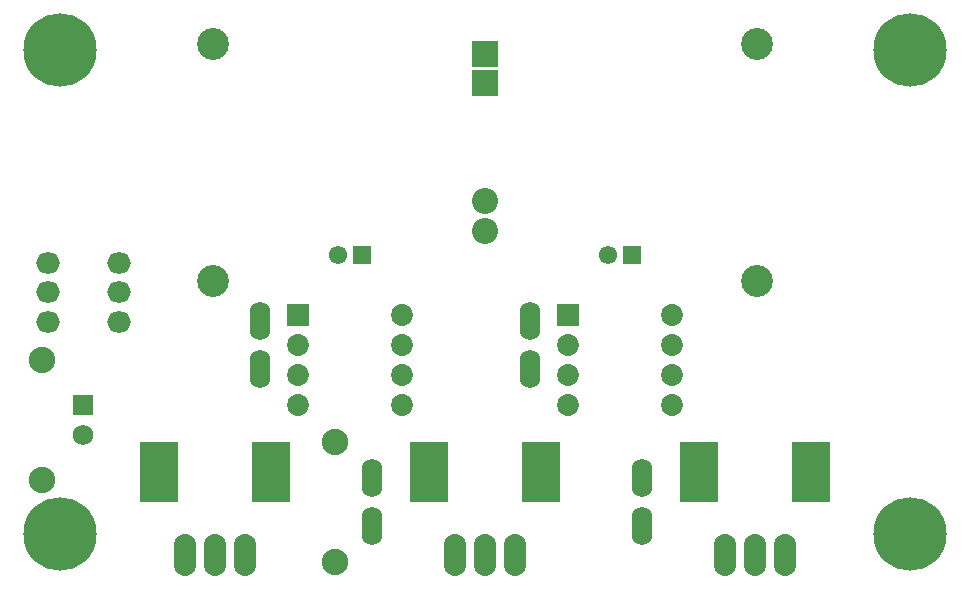
<source format=gbs>
G04 Layer_Color=8150272*
%FSAX43Y43*%
%MOMM*%
G71*
G01*
G75*
%ADD45C,2.203*%
%ADD46R,2.203X2.203*%
%ADD47C,1.553*%
%ADD48R,1.553X1.553*%
%ADD49C,6.203*%
%ADD50O,1.727X3.251*%
%ADD51C,1.727*%
%ADD52C,1.854*%
%ADD53R,1.854X1.854*%
%ADD54C,2.235*%
%ADD55C,2.703*%
%ADD56R,1.727X1.727*%
%ADD57R,3.203X5.203*%
%ADD58O,1.880X3.556*%
%ADD59R,2.203X2.203*%
%ADD60O,2.003X1.803*%
G54D45*
X0182685Y0234301D02*
D03*
Y0231801D02*
D03*
G54D46*
Y0244301D02*
D03*
G54D47*
X0193115Y0229776D02*
D03*
X0170255D02*
D03*
G54D48*
X0195115D02*
D03*
X0172255D02*
D03*
G54D49*
X0146685Y0247101D02*
D03*
X0218685D02*
D03*
Y0206101D02*
D03*
X0146685D02*
D03*
G54D50*
X0196020Y0206789D02*
D03*
Y0210853D02*
D03*
X0173160Y0210853D02*
D03*
Y0206789D02*
D03*
X0186495Y0224188D02*
D03*
Y0220124D02*
D03*
X0163635Y0224188D02*
D03*
Y0220124D02*
D03*
G54D51*
X0196020Y0206281D02*
D03*
Y0211361D02*
D03*
X0173160Y0211361D02*
D03*
Y0206281D02*
D03*
X0186495Y0224696D02*
D03*
Y0219616D02*
D03*
X0163635Y0224696D02*
D03*
Y0219616D02*
D03*
X0148685Y0214536D02*
D03*
G54D52*
X0189734Y0219616D02*
D03*
X0198509Y0224696D02*
D03*
Y0222156D02*
D03*
Y0219616D02*
D03*
Y0217076D02*
D03*
X0189734D02*
D03*
Y0222156D02*
D03*
X0166874Y0219616D02*
D03*
X0175649Y0224696D02*
D03*
Y0222156D02*
D03*
Y0219616D02*
D03*
Y0217076D02*
D03*
X0166874D02*
D03*
Y0222156D02*
D03*
G54D53*
X0189734Y0224696D02*
D03*
X0166874D02*
D03*
G54D54*
X0169985Y0203741D02*
D03*
Y0213901D02*
D03*
X0145220Y0220886D02*
D03*
Y0210726D02*
D03*
G54D55*
X0159685Y0247636D02*
D03*
Y0227551D02*
D03*
X0205685Y0247636D02*
D03*
Y0227551D02*
D03*
G54D56*
X0148685Y0217076D02*
D03*
G54D57*
X0155075Y0211376D02*
D03*
X0164575D02*
D03*
X0177935D02*
D03*
X0187435D02*
D03*
X0200795Y0211361D02*
D03*
X0210295D02*
D03*
G54D58*
X0162340Y0204376D02*
D03*
X0159825D02*
D03*
X0157325D02*
D03*
X0185200D02*
D03*
X0182685D02*
D03*
X0180185D02*
D03*
X0208060Y0204361D02*
D03*
X0205545D02*
D03*
X0203045D02*
D03*
G54D59*
X0182685Y0246801D02*
D03*
G54D60*
X0145685Y0226601D02*
D03*
Y0229101D02*
D03*
X0151685Y0224101D02*
D03*
Y0226601D02*
D03*
Y0229101D02*
D03*
X0145685Y0224101D02*
D03*
M02*

</source>
